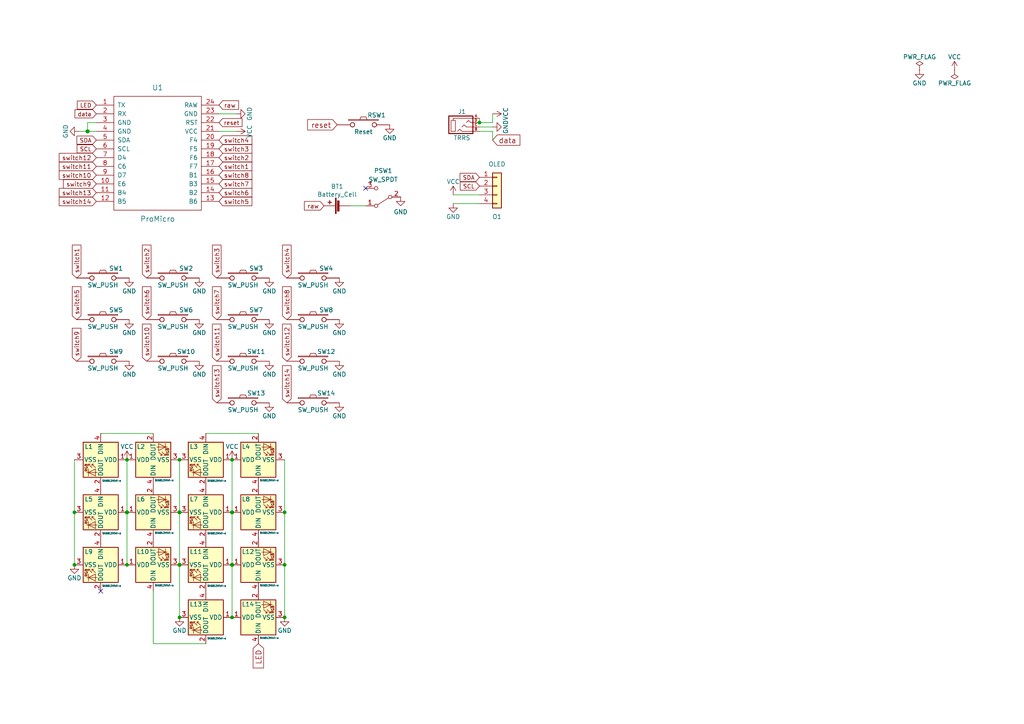
<source format=kicad_sch>
(kicad_sch (version 20211123) (generator eeschema)
  (paper "A4")
  (title_block (title "Chad") (date "2022-01-31") (rev "0.1") (company "jmnw"))
  (lib_symbols
    (symbol "Connector_Generic:Conn_01x04" (pin_names (offset 1.016) hide)
      (property "Reference" "J" (at 0 5.08 0))
      (property "Value" "Conn_01x04" (at 0 -7.62 0))
      (symbol "Conn_01x04_1_1"
        (rectangle (start -1.27 -4.953) (end 0 -5.207) (stroke (width 0.1524)))
        (rectangle (start -1.27 -2.413) (end 0 -2.667) (stroke (width 0.1524)))
        (rectangle (start -1.27 0.127) (end 0 -0.127) (stroke (width 0.1524)))
        (rectangle (start -1.27 2.667) (end 0 2.413) (stroke (width 0.1524)))
        (rectangle (start -1.27 3.81) (end 1.27 -6.35) (stroke (width 0.254)) (fill (type background)))
        (pin passive line (at -5.08 2.54 0) (length 3.81) (name "Pin_1") (number "1"))
        (pin passive line (at -5.08 0 0) (length 3.81) (name "Pin_2") (number "2"))
        (pin passive line (at -5.08 -2.54 0) (length 3.81) (name "Pin_3") (number "3"))
        (pin passive line (at -5.08 -5.08 0) (length 3.81) (name "Pin_4") (number "4"))
      )
    )
    (symbol "Device:Battery_Cell" (pin_numbers hide) (pin_names (offset 0) hide)
      (property "Reference" "BT" (at 2.54 2.54 0))
      (property "Value" "Battery_Cell" (at 2.54 0 0))
      (symbol "Battery_Cell_0_1"
        (rectangle (start -2.286 1.778) (end 2.286 1.524) (fill (type outline)))
        (rectangle (start -1.5748 1.1938) (end 1.4732 0.6858) (fill (type outline)))
        (polyline (pts (xy 0 0.762) (xy 0 0)))
        (polyline (pts (xy 0 1.778) (xy 0 2.54)))
        (polyline (pts (xy 0.508 3.429) (xy 1.524 3.429)) (stroke (width 0.254)))
        (polyline (pts (xy 1.016 3.937) (xy 1.016 2.921)) (stroke (width 0.254)))
      )
      (symbol "Battery_Cell_1_1"
        (pin passive line (at 0 5.08 270) (length 2.54) (name "+") (number "1"))
        (pin passive line (at 0 -2.54 90) (length 2.54) (name "-") (number "2"))
      )
    )
    (symbol "Switch:SW_SPDT" (pin_names (offset 0) hide)
      (property "Reference" "SW" (at 0 4.318 0))
      (property "Value" "SW_SPDT" (at 0 -5.08 0))
      (symbol "SW_SPDT_0_0"
        (circle (center -2.032 0) (radius 0.508))
        (circle (center 2.032 -2.54) (radius 0.508))
      )
      (symbol "SW_SPDT_0_1"
        (polyline (pts (xy -1.524 0.254) (xy 1.651 2.286)))
        (circle (center 2.032 2.54) (radius 0.508))
      )
      (symbol "SW_SPDT_1_1"
        (pin passive line (at 5.08 2.54 180) (length 2.54) (name "A") (number "1"))
        (pin passive line (at -5.08 0 0) (length 2.54) (name "B") (number "2"))
        (pin passive line (at 5.08 -2.54 180) (length 2.54) (name "C") (number "3"))
      )
    )
    (symbol "chocolad:MJ-4PP-9-kbd" (pin_names (offset 1.016))
      (property "Reference" "J" (at 0 3.81 0))
      (property "Value" "MJ-4PP-9-kbd" (at 0 -3.81 0))
      (symbol "MJ-4PP-9-kbd_0_1"
        (rectangle (start -1.905 -1.905) (end -3.175 1.27))
        (polyline (pts (xy -2.54 1.27) (xy -2.54 1.905) (xy 3.175 1.905)))
        (polyline (pts (xy -1.27 -1.905) (xy -0.635 -1.27) (xy 0 -1.905) (xy 3.175 -1.905)))
        (polyline (pts (xy 0 -0.635) (xy 0.635 0) (xy 1.27 -0.635) (xy 3.175 -0.635)))
        (polyline (pts (xy 1.27 0.635) (xy 1.905 1.27) (xy 2.54 0.635) (xy 3.175 0.635)))
        (rectangle (start 3.175 2.54) (end -3.81 -2.54) (stroke (width 0.3048)))
      )
      (symbol "MJ-4PP-9-kbd_1_1"
        (pin input line (at 5.08 1.905 180) (length 2.0066) (name "~") (number "A"))
        (pin input line (at 5.08 -1.905 180) (length 2.0066) (name "~") (number "B"))
        (pin input line (at 5.08 -0.635 180) (length 2.0066) (name "~") (number "C"))
        (pin input line (at 5.08 0.635 180) (length 2.0066) (name "~") (number "D"))
      )
    )
    (symbol "chocolad:ProMicro-kbd" (pin_names (offset 1.016))
      (property "Reference" "U" (at 0 24.13 0))
      (property "Value" "ProMicro-kbd" (at 0 -13.97 0))
      (symbol "ProMicro-kbd_0_1"
        (rectangle (start -12.7 21.59) (end 12.7 -11.43))
      )
      (symbol "ProMicro-kbd_1_1"
        (pin bidirectional line (at -17.78 19.05 0) (length 5.08) (name "TX") (number "1"))
        (pin bidirectional line (at -17.78 -3.81 0) (length 5.08) (name "E6") (number "10"))
        (pin bidirectional line (at -17.78 -6.35 0) (length 5.08) (name "B4") (number "11"))
        (pin bidirectional line (at -17.78 -8.89 0) (length 5.08) (name "B5") (number "12"))
        (pin bidirectional line (at 17.78 -8.89 180) (length 5.08) (name "B6") (number "13"))
        (pin bidirectional line (at 17.78 -6.35 180) (length 5.08) (name "B2") (number "14"))
        (pin bidirectional line (at 17.78 -3.81 180) (length 5.08) (name "B3") (number "15"))
        (pin bidirectional line (at 17.78 -1.27 180) (length 5.08) (name "B1") (number "16"))
        (pin bidirectional line (at 17.78 1.27 180) (length 5.08) (name "F7") (number "17"))
        (pin bidirectional line (at 17.78 3.81 180) (length 5.08) (name "F6") (number "18"))
        (pin bidirectional line (at 17.78 6.35 180) (length 5.08) (name "F5") (number "19"))
        (pin bidirectional line (at -17.78 16.51 0) (length 5.08) (name "RX") (number "2"))
        (pin bidirectional line (at 17.78 8.89 180) (length 5.08) (name "F4") (number "20"))
        (pin power_in line (at 17.78 11.43 180) (length 5.08) (name "VCC") (number "21"))
        (pin input line (at 17.78 13.97 180) (length 5.08) (name "RST") (number "22"))
        (pin power_in line (at 17.78 16.51 180) (length 5.08) (name "GND") (number "23"))
        (pin power_out line (at 17.78 19.05 180) (length 5.08) (name "RAW") (number "24"))
        (pin power_in line (at -17.78 13.97 0) (length 5.08) (name "GND") (number "3"))
        (pin power_in line (at -17.78 11.43 0) (length 5.08) (name "GND") (number "4"))
        (pin bidirectional line (at -17.78 8.89 0) (length 5.08) (name "SDA") (number "5"))
        (pin bidirectional line (at -17.78 6.35 0) (length 5.08) (name "SCL") (number "6"))
        (pin bidirectional line (at -17.78 3.81 0) (length 5.08) (name "D4") (number "7"))
        (pin bidirectional line (at -17.78 1.27 0) (length 5.08) (name "C6") (number "8"))
        (pin bidirectional line (at -17.78 -1.27 0) (length 5.08) (name "D7") (number "9"))
      )
    )
    (symbol "chocolad:SK6812MINI-E" (pin_names (offset 0.254))
      (property "Reference" "L18" (at -4.826 3.81 90))
      (property "Value" "SK6812MINI-E" (at 3.175 -5.969 90))
      (symbol "SK6812MINI-E_0_0"
        (text "RGB" (at 2.286 -4.191 0) (effects (font (size 0.762 0.762))))
      )
      (symbol "SK6812MINI-E_0_1"
        (polyline (pts (xy 1.27 -3.556) (xy 1.778 -3.556)))
        (polyline (pts (xy 1.27 -2.54) (xy 1.778 -2.54)))
        (polyline (pts (xy 4.699 -3.556) (xy 2.667 -3.556)))
        (polyline (pts (xy 2.286 -2.54) (xy 1.27 -3.556) (xy 1.27 -3.048)))
        (polyline (pts (xy 2.286 -1.524) (xy 1.27 -2.54) (xy 1.27 -2.032)))
        (polyline (pts (xy 3.683 -1.016) (xy 3.683 -3.556) (xy 3.683 -4.064)))
        (polyline (pts (xy 4.699 -1.524) (xy 2.667 -1.524) (xy 3.683 -3.556) (xy 4.699 -1.524)))
        (rectangle (start 5.08 5.08) (end -5.08 -5.08) (stroke (width 0.254)) (fill (type background)))
      )
      (symbol "SK6812MINI-E_1_1"
        (pin power_in line (at 0 7.62 270) (length 2.54) (name "VDD") (number "1"))
        (pin output line (at 7.62 0 180) (length 2.54) (name "DOUT") (number "2"))
        (pin power_in line (at 0 -7.62 90) (length 2.54) (name "VSS") (number "3"))
        (pin input line (at -7.62 0 0) (length 2.54) (name "DIN") (number "4"))
      )
    )
    (symbol "chocolad:SW_PUSH-kbd" (pin_numbers hide) (pin_names (offset 1.016) hide)
      (property "Reference" "SW" (at 3.81 2.794 0))
      (property "Value" "SW_PUSH-kbd" (at 0 -2.032 0))
      (symbol "SW_PUSH-kbd_0_1"
        (rectangle (start -4.318 1.27) (end 4.318 1.524))
        (polyline (pts (xy -1.016 1.524) (xy -0.762 2.286) (xy 0.762 2.286) (xy 1.016 1.524)))
        (pin passive inverted (at -7.62 0 0) (length 5.08) (name "1") (number "1"))
        (pin passive inverted (at 7.62 0 180) (length 5.08) (name "2") (number "2"))
      )
    )
    (symbol "power:GND" (power) (pin_names (offset 0))
      (property "Value" "GND" (at 0 -3.81 0))
      (symbol "GND_0_1"
        (polyline (pts (xy 0 0) (xy 0 -1.27) (xy 1.27 -1.27) (xy 0 -2.54) (xy -1.27 -1.27) (xy 0 -1.27)))
      )
      (symbol "GND_1_1"
        (pin power_in line (at 0 0 270) (length 0) hide (name "GND") (number "1"))
      )
    )
    (symbol "power:PWR_FLAG" (power) (pin_numbers hide) (pin_names (offset 0) hide)
      (property "Value" "PWR_FLAG" (at 0 3.81 0))
      (symbol "PWR_FLAG_0_0"
        (pin power_out line (at 0 0 90) (length 0) (name "pwr") (number "1"))
      )
      (symbol "PWR_FLAG_0_1"
        (polyline (pts (xy 0 0) (xy 0 1.27) (xy -1.016 1.905) (xy 0 2.54) (xy 1.016 1.905) (xy 0 1.27)))
      )
    )
    (symbol "power:VCC" (power) (pin_names (offset 0))
      (property "Value" "VCC" (at 0 3.81 0))
      (symbol "VCC_0_1"
        (polyline (pts (xy -0.762 1.27) (xy 0 2.54)))
        (polyline (pts (xy 0 0) (xy 0 2.54)))
        (polyline (pts (xy 0 2.54) (xy 0.762 1.27)))
      )
      (symbol "VCC_1_1"
        (pin power_in line (at 0 0 90) (length 0) hide (name "VCC") (number "1"))
      )
    )
  )
  (junction (at 36.83 148.59) (diameter 1.016))
  (junction (at 67.31 148.59) (diameter 1.016))
  (junction (at 139.065 35.56))
  (junction (at 52.07 148.59) (diameter 1.016))
  (junction (at 52.07 179.07))
  (junction (at 21.59 148.59))
  (junction (at 67.31 163.83) (diameter 1.016))
  (junction (at 36.83 163.83))
  (junction (at 82.55 148.59))
  (junction (at 67.31 179.07))
  (junction (at 82.55 179.07))
  (junction (at 25.4 38.1) (diameter 1.016))
  (junction (at 21.59 163.83))
  (junction (at 67.31 133.35))
  (junction (at 82.55 163.83))
  (junction (at 52.07 133.35))
  (junction (at 36.83 133.35))
  (junction (at 52.07 163.83) (diameter 1.016))
  (no_connect (at 106.045 54.61))
  (no_connect (at 29.21 171.45))
  (wire (pts (xy 142.875 35.56) (xy 142.875 33.02)))
  (wire (pts (xy 139.065 35.56) (xy 142.875 35.56)))
  (wire (pts (xy 44.45 186.69) (xy 59.69 186.69)))
  (wire (pts (xy 139.065 34.29) (xy 139.065 35.56)))
  (wire (pts (xy 131.445 56.515) (xy 139.065 56.515)))
  (wire (pts (xy 52.07 163.83) (xy 52.07 179.07)))
  (wire (pts (xy 131.445 59.055) (xy 139.065 59.055)))
  (wire (pts (xy 63.5 38.1) (xy 68.58 38.1)))
  (wire (pts (xy 67.31 163.83) (xy 67.31 179.07)))
  (wire (pts (xy 67.31 133.35) (xy 67.31 148.59)))
  (wire (pts (xy 67.31 148.59) (xy 67.31 163.83)))
  (wire (pts (xy 25.4 38.1) (xy 27.94 38.1)))
  (wire (pts (xy 82.55 148.59) (xy 82.55 163.83)))
  (wire (pts (xy 22.86 38.1) (xy 25.4 38.1)))
  (wire (pts (xy 25.4 35.56) (xy 25.4 38.1)))
  (wire (pts (xy 44.45 171.45) (xy 44.45 186.69)))
  (wire (pts (xy 82.55 133.35) (xy 82.55 148.59)))
  (wire (pts (xy 21.59 133.35) (xy 21.59 148.59)))
  (wire (pts (xy 27.94 35.56) (xy 25.4 35.56)))
  (wire (pts (xy 101.6 59.69) (xy 106.045 59.69)))
  (wire (pts (xy 59.69 125.73) (xy 74.93 125.73)))
  (wire (pts (xy 29.21 125.73) (xy 44.45 125.73)))
  (wire (pts (xy 21.59 148.59) (xy 21.59 163.83)))
  (wire (pts (xy 139.065 36.83) (xy 142.875 36.83)))
  (wire (pts (xy 63.5 33.02) (xy 68.58 33.02)))
  (wire (pts (xy 82.55 163.83) (xy 82.55 179.07)))
  (wire (pts (xy 36.83 133.35) (xy 36.83 148.59)))
  (wire (pts (xy 36.83 148.59) (xy 36.83 163.83)))
  (wire (pts (xy 52.07 133.35) (xy 52.07 148.59)))
  (wire (pts (xy 52.07 148.59) (xy 52.07 163.83)))
  (wire (pts (xy 139.065 38.1) (xy 142.875 38.1)))
  (wire (pts (xy 142.875 38.1) (xy 142.875 40.64)))
  (global_label "raw" (shape input) (at 63.5 30.48 0) (property "Intersheet References" "${INTERSHEET_REFS}" (effects hide)))
  (global_label "switch10" (shape input) (at 27.94 50.8 180) (property "Intersheet References" "${INTERSHEET_REFS}" (effects hide)))
  (global_label "switch11" (shape input) (at 62.865 104.775 90) (property "Intersheet References" "${INTERSHEET_REFS}" (effects hide)))
  (global_label "SCL" (shape input) (at 139.065 53.975 180) (effects (font (size 1.1938 1.1938))) (property "Intersheet References" "${INTERSHEET_REFS}" (effects hide)))
  (global_label "switch13" (shape input) (at 62.865 116.84 90) (property "Intersheet References" "${INTERSHEET_REFS}" (effects hide)))
  (global_label "switch7" (shape input) (at 63.5 53.34 0) (property "Intersheet References" "${INTERSHEET_REFS}" (effects hide)))
  (global_label "reset" (shape input) (at 63.5 35.56 0) (effects (font (size 1.1938 1.1938))) (property "Intersheet References" "${INTERSHEET_REFS}" (effects hide)))
  (global_label "switch2" (shape input) (at 63.5 45.72 0) (property "Intersheet References" "${INTERSHEET_REFS}" (effects hide)))
  (global_label "switch7" (shape input) (at 62.865 92.71 90) (property "Intersheet References" "${INTERSHEET_REFS}" (effects hide)))
  (global_label "switch12" (shape input) (at 83.185 104.775 90) (property "Intersheet References" "${INTERSHEET_REFS}" (effects hide)))
  (global_label "switch4" (shape input) (at 63.5 40.64 0) (property "Intersheet References" "${INTERSHEET_REFS}" (effects hide)))
  (global_label "switch3" (shape input) (at 62.865 80.645 90) (property "Intersheet References" "${INTERSHEET_REFS}" (effects hide)))
  (global_label "switch8" (shape input) (at 83.185 92.71 90) (property "Intersheet References" "${INTERSHEET_REFS}" (effects hide)))
  (global_label "LED" (shape input) (at 74.93 186.69 270) (effects (font (size 1.524 1.524))) (property "Intersheet References" "${INTERSHEET_REFS}" (effects hide)))
  (global_label "switch2" (shape input) (at 42.545 80.645 90) (property "Intersheet References" "${INTERSHEET_REFS}" (effects hide)))
  (global_label "switch13" (shape input) (at 27.94 55.88 180) (property "Intersheet References" "${INTERSHEET_REFS}" (effects hide)))
  (global_label "switch3" (shape input) (at 63.5 43.18 0) (property "Intersheet References" "${INTERSHEET_REFS}" (effects hide)))
  (global_label "switch1" (shape input) (at 22.225 80.645 90) (property "Intersheet References" "${INTERSHEET_REFS}" (effects hide)))
  (global_label "switch14" (shape input) (at 27.94 58.42 180) (property "Intersheet References" "${INTERSHEET_REFS}" (effects hide)))
  (global_label "switch1" (shape input) (at 63.5 48.26 0) (property "Intersheet References" "${INTERSHEET_REFS}" (effects hide)))
  (global_label "switch9" (shape input) (at 27.94 53.34 180) (property "Intersheet References" "${INTERSHEET_REFS}" (effects hide)))
  (global_label "switch6" (shape input) (at 63.5 55.88 0) (property "Intersheet References" "${INTERSHEET_REFS}" (effects hide)))
  (global_label "LED" (shape input) (at 27.94 30.48 180) (effects (font (size 1.1938 1.1938))) (property "Intersheet References" "${INTERSHEET_REFS}" (effects hide)))
  (global_label "switch5" (shape input) (at 63.5 58.42 0) (property "Intersheet References" "${INTERSHEET_REFS}" (effects hide)))
  (global_label "SDA" (shape input) (at 139.065 51.435 180) (effects (font (size 1.1938 1.1938))) (property "Intersheet References" "${INTERSHEET_REFS}" (effects hide)))
  (global_label "raw" (shape input) (at 93.98 59.69 180) (property "Intersheet References" "${INTERSHEET_REFS}" (effects hide)))
  (global_label "SCL" (shape input) (at 27.94 43.18 180) (effects (font (size 1.1938 1.1938))) (property "Intersheet References" "${INTERSHEET_REFS}" (effects hide)))
  (global_label "switch11" (shape input) (at 27.94 48.26 180) (property "Intersheet References" "${INTERSHEET_REFS}" (effects hide)))
  (global_label "data" (shape input) (at 27.94 33.02 180) (effects (font (size 1.1938 1.1938))) (property "Intersheet References" "${INTERSHEET_REFS}" (effects hide)))
  (global_label "switch10" (shape input) (at 42.545 104.775 90) (property "Intersheet References" "${INTERSHEET_REFS}" (effects hide)))
  (global_label "data" (shape input) (at 142.875 40.64 0) (effects (font (size 1.524 1.524))) (property "Intersheet References" "${INTERSHEET_REFS}" (effects hide)))
  (global_label "switch14" (shape input) (at 83.185 116.84 90) (property "Intersheet References" "${INTERSHEET_REFS}" (effects hide)))
  (global_label "switch12" (shape input) (at 27.94 45.72 180) (property "Intersheet References" "${INTERSHEET_REFS}" (effects hide)))
  (global_label "switch6" (shape input) (at 42.545 92.71 90) (property "Intersheet References" "${INTERSHEET_REFS}" (effects hide)))
  (global_label "reset" (shape input) (at 97.79 36.195 180) (effects (font (size 1.524 1.524))) (property "Intersheet References" "${INTERSHEET_REFS}" (effects hide)))
  (global_label "switch4" (shape input) (at 83.185 80.645 90) (property "Intersheet References" "${INTERSHEET_REFS}" (effects hide)))
  (global_label "switch5" (shape input) (at 22.225 92.71 90) (property "Intersheet References" "${INTERSHEET_REFS}" (effects hide)))
  (global_label "SDA" (shape input) (at 27.94 40.64 180) (effects (font (size 1.1938 1.1938))) (property "Intersheet References" "${INTERSHEET_REFS}" (effects hide)))
  (global_label "switch9" (shape input) (at 22.225 104.775 90) (property "Intersheet References" "${INTERSHEET_REFS}" (effects hide)))
  (global_label "switch8" (shape input) (at 63.5 50.8 0) (property "Intersheet References" "${INTERSHEET_REFS}" (effects hide)))
  (symbol (lib_id "chocolad:ProMicro-kbd") (at 45.72 49.53 0) (unit 1)
    (property "Reference" "U1" (at 45.72 25.4 0) (effects (font (size 1.524 1.524))))
    (property "Value" "ProMicro" (at 45.72 63.5 0) (effects (font (size 1.524 1.524))))
    (property "Footprint" "chocolad:ProMicro" (effects hide))
  )
  (symbol (lib_id "chocolad:SW_PUSH-kbd") (at 29.845 80.645 0) (unit 1)
    (property "Reference" "SW1" (at 33.655 77.851 0))
    (property "Value" "SW_PUSH" (at 29.845 82.677 0))
    (property "Footprint" "chocolad:Choc" (effects hide))
  )
  (symbol (lib_id "chocolad:SW_PUSH-kbd") (at 50.165 80.645 0) (unit 1)
    (property "Reference" "SW2" (at 53.975 77.851 0))
    (property "Value" "SW_PUSH" (at 50.165 82.677 0))
    (property "Footprint" "chocolad:Choc" (effects hide))
  )
  (symbol (lib_id "chocolad:SW_PUSH-kbd") (at 70.485 80.645 0) (unit 1)
    (property "Reference" "SW3" (at 74.295 77.851 0))
    (property "Value" "SW_PUSH" (at 70.485 82.677 0))
    (property "Footprint" "chocolad:Choc" (effects hide))
  )
  (symbol (lib_id "chocolad:SW_PUSH-kbd") (at 90.805 80.645 0) (unit 1)
    (property "Reference" "SW4" (at 94.615 77.851 0))
    (property "Value" "SW_PUSH" (at 90.805 82.677 0))
    (property "Footprint" "chocolad:Choc" (effects hide))
  )
  (symbol (lib_id "chocolad:SW_PUSH-kbd") (at 29.845 92.71 0) (unit 1)
    (property "Reference" "SW5" (at 33.655 89.916 0))
    (property "Value" "SW_PUSH" (at 29.845 94.742 0))
    (property "Footprint" "chocolad:Choc" (effects hide))
  )
  (symbol (lib_id "chocolad:SW_PUSH-kbd") (at 50.165 92.71 0) (unit 1)
    (property "Reference" "SW6" (at 53.975 89.916 0))
    (property "Value" "SW_PUSH" (at 50.165 94.742 0))
    (property "Footprint" "chocolad:Choc" (effects hide))
  )
  (symbol (lib_id "chocolad:SW_PUSH-kbd") (at 70.485 92.71 0) (unit 1)
    (property "Reference" "SW7" (at 74.295 89.916 0))
    (property "Value" "SW_PUSH" (at 70.485 94.742 0))
    (property "Footprint" "chocolad:Choc" (effects hide))
  )
  (symbol (lib_id "chocolad:SW_PUSH-kbd") (at 90.805 92.71 0) (unit 1)
    (property "Reference" "SW8" (at 94.615 89.916 0))
    (property "Value" "SW_PUSH" (at 90.805 94.742 0))
    (property "Footprint" "chocolad:Choc" (effects hide))
  )
  (symbol (lib_id "chocolad:SW_PUSH-kbd") (at 29.845 104.775 0) (unit 1)
    (property "Reference" "SW9" (at 33.655 101.981 0))
    (property "Value" "SW_PUSH" (at 29.845 106.807 0))
    (property "Footprint" "chocolad:Choc" (effects hide))
  )
  (symbol (lib_id "chocolad:SW_PUSH-kbd") (at 50.165 104.775 0) (unit 1)
    (property "Reference" "SW10" (at 53.975 101.981 0))
    (property "Value" "SW_PUSH" (at 50.165 106.807 0))
    (property "Footprint" "chocolad:Choc" (effects hide))
  )
  (symbol (lib_id "chocolad:SW_PUSH-kbd") (at 70.485 104.775 0) (unit 1)
    (property "Reference" "SW11" (at 74.295 101.981 0))
    (property "Value" "SW_PUSH" (at 70.485 106.807 0))
    (property "Footprint" "chocolad:Choc" (effects hide))
  )
  (symbol (lib_id "chocolad:SW_PUSH-kbd") (at 90.805 104.775 0) (unit 1)
    (property "Reference" "SW12" (at 94.615 101.981 0))
    (property "Value" "SW_PUSH" (at 90.805 106.807 0))
    (property "Footprint" "chocolad:Choc" (effects hide))
  )
  (symbol (lib_id "chocolad:SW_PUSH-kbd") (at 90.805 116.84 0) (unit 1)
    (property "Reference" "SW14" (at 94.615 114.046 0))
    (property "Value" "SW_PUSH" (at 90.805 118.872 0))
    (property "Footprint" "chocolad:Choc" (effects hide))
  )
  (symbol (lib_id "chocolad:SW_PUSH-kbd") (at 70.485 116.84 0) (unit 1)
    (property "Reference" "SW13" (at 74.295 114.046 0))
    (property "Value" "SW_PUSH" (at 70.485 118.872 0))
    (property "Footprint" "chocolad:Choc" (effects hide))
  )
  (symbol (lib_id "power:GND") (at 68.58 33.02 90) (unit 1)
    (property "Reference" "#PWR03" (effects hide))
    (property "Value" "GND" (at 72.39 33.02 0))
  )
  (symbol (lib_id "power:VCC") (at 68.58 38.1 270) (unit 1)
    (property "Reference" "#PWR06" (effects hide))
    (property "Value" "VCC" (at 72.39 38.1 0))
  )
  (symbol (lib_id "power:GND") (at 22.86 38.1 270) (unit 1)
    (property "Reference" "#PWR05" (effects hide))
    (property "Value" "GND" (at 19.05 38.1 0))
  )
  (symbol (lib_id "power:GND") (at 266.7 20.32 0) (unit 1)
    (property "Reference" "#PWR01" (effects hide))
    (property "Value" "GND" (at 266.7 24.13 0))
  )
  (symbol (lib_id "power:VCC") (at 276.86 20.32 0) (unit 1)
    (property "Reference" "#PWR02" (effects hide))
    (property "Value" "VCC" (at 276.86 16.51 0))
  )
  (symbol (lib_id "power:PWR_FLAG") (at 276.86 20.32 180) (unit 1)
    (property "Reference" "#FLG02" (effects hide))
    (property "Value" "PWR_FLAG" (at 276.86 24.13 0))
  )
  (symbol (lib_id "power:PWR_FLAG") (at 266.7 20.32 0) (unit 1)
    (property "Reference" "#FLG01" (effects hide))
    (property "Value" "PWR_FLAG" (at 266.7 16.51 0))
  )
  (symbol (lib_id "chocolad:SW_PUSH-kbd") (at 105.41 36.195 0) (unit 1)
    (property "Reference" "RSW1" (at 109.22 33.401 0))
    (property "Value" "Reset" (at 105.41 38.227 0))
    (property "Footprint" "chocolad:Reset" (effects hide))
  )
  (symbol (lib_id "power:GND") (at 113.03 36.195 0) (unit 1)
    (property "Reference" "#PWR04" (effects hide))
    (property "Value" "GND" (at 113.03 40.005 0))
  )
  (symbol (lib_id "power:VCC") (at 142.875 33.02 270) (unit 1)
    (property "Reference" "#PWR09" (effects hide))
    (property "Value" "VCC" (at 146.685 33.02 0))
  )
  (symbol (lib_id "power:GND") (at 142.875 36.83 90) (unit 1)
    (property "Reference" "#PWR011" (effects hide))
    (property "Value" "GND" (at 146.685 36.83 0))
  )
  (symbol (lib_id "chocolad:MJ-4PP-9-kbd") (at 133.985 36.195 0) (unit 1)
    (property "Reference" "J1" (at 133.985 32.385 0))
    (property "Value" "TRRS" (at 133.985 40.005 0))
    (property "Footprint" "chocolad:TRRS" (effects hide))
  )
  (symbol (lib_id "chocolad:SK6812MINI-E") (at 29.21 163.83 270) (unit 1)
    (property "Reference" "L9" (at 24.511 160.02 90) (effects (justify left)))
    (property "Value" "SK6812Mini-e" (at 32.385 169.926 90) (effects (font (size 0.5 0.5))))
    (property "Footprint" "chocolad:SK6812_Mini_E" (effects hide))
    (property "JLCPCB BOM" "0" (effects hide))
  )
  (symbol (lib_id "power:GND") (at 57.785 80.645 0) (unit 1)
    (property "Reference" "#PWR?" (effects hide))
    (property "Value" "GND" (at 57.785 84.455 0))
  )
  (symbol (lib_id "chocolad:SK6812MINI-E") (at 44.45 133.35 90) (unit 1)
    (property "Reference" "L2" (at 39.624 129.54 90) (effects (justify right)))
    (property "Value" "SK6812Mini-e" (at 47.625 139.319 90) (effects (font (size 0.5 0.5))))
    (property "Footprint" "chocolad:SK6812_Mini_E" (effects hide))
    (property "JLCPCB BOM" "0" (effects hide))
  )
  (symbol (lib_id "chocolad:SK6812MINI-E") (at 29.21 133.35 270) (unit 1)
    (property "Reference" "L1" (at 24.511 129.54 90) (effects (justify left)))
    (property "Value" "SK6812Mini-e" (at 32.385 139.446 90) (effects (font (size 0.5 0.5))))
    (property "Footprint" "chocolad:SK6812_Mini_E" (effects hide))
    (property "JLCPCB BOM" "0" (effects hide))
  )
  (symbol (lib_id "power:GND") (at 78.105 116.84 0) (unit 1)
    (property "Reference" "#PWR?" (effects hide))
    (property "Value" "GND" (at 78.105 120.65 0))
  )
  (symbol (lib_id "chocolad:SK6812MINI-E") (at 59.69 179.07 270) (unit 1)
    (property "Reference" "L13" (at 54.991 175.26 90) (effects (justify left)))
    (property "Value" "SK6812Mini-e" (at 62.865 185.166 90) (effects (font (size 0.5 0.5))))
    (property "Footprint" "chocolad:SK6812_Mini_E" (effects hide))
    (property "JLCPCB BOM" "0" (effects hide))
  )
  (symbol (lib_id "chocolad:SK6812MINI-E") (at 59.69 133.35 270) (unit 1)
    (property "Reference" "L3" (at 54.991 129.54 90) (effects (justify left)))
    (property "Value" "SK6812Mini-e" (at 62.865 139.446 90) (effects (font (size 0.5 0.5))))
    (property "Footprint" "chocolad:SK6812_Mini_E" (effects hide))
    (property "JLCPCB BOM" "0" (effects hide))
  )
  (symbol (lib_id "power:VCC") (at 36.83 133.35 0) (unit 1)
    (property "Reference" "#PWR014" (effects hide))
    (property "Value" "VCC" (at 36.83 129.54 0))
  )
  (symbol (lib_id "power:GND") (at 131.445 59.055 0) (unit 1)
    (property "Reference" "#PWR010" (effects hide))
    (property "Value" "GND" (at 131.445 62.865 0))
  )
  (symbol (lib_id "power:GND") (at 37.465 104.775 0) (unit 1)
    (property "Reference" "#PWR?" (effects hide))
    (property "Value" "GND" (at 37.465 108.585 0))
  )
  (symbol (lib_id "Device:Battery_Cell") (at 99.06 59.69 90) (unit 1)
    (property "Reference" "BT1" (at 97.79 54.0978 90))
    (property "Value" "Battery_Cell" (at 97.79 56.3965 90))
    (property "Footprint" "chocolad:Battery_pads" (effects hide))
  )
  (symbol (lib_id "Switch:SW_SPDT") (at 111.125 57.15 180) (unit 1)
    (property "Reference" "PSW1" (at 111.125 49.53 0))
    (property "Value" "SW_SPDT" (at 111.125 52.07 0))
    (property "Footprint" "chocolad:Power" (effects hide))
  )
  (symbol (lib_id "power:GND") (at 78.105 92.71 0) (unit 1)
    (property "Reference" "#PWR?" (effects hide))
    (property "Value" "GND" (at 78.105 96.52 0))
  )
  (symbol (lib_id "power:GND") (at 78.105 80.645 0) (unit 1)
    (property "Reference" "#PWR?" (effects hide))
    (property "Value" "GND" (at 78.105 84.455 0))
  )
  (symbol (lib_id "power:GND") (at 98.425 92.71 0) (unit 1)
    (property "Reference" "#PWR?" (effects hide))
    (property "Value" "GND" (at 98.425 96.52 0))
  )
  (symbol (lib_id "power:GND") (at 98.425 104.775 0) (unit 1)
    (property "Reference" "#PWR?" (effects hide))
    (property "Value" "GND" (at 98.425 108.585 0))
  )
  (symbol (lib_id "power:GND") (at 21.59 163.83 0) (unit 1)
    (property "Reference" "#PWR?" (effects hide))
    (property "Value" "GND" (at 21.59 167.64 0))
  )
  (symbol (lib_id "chocolad:SK6812MINI-E") (at 74.93 133.35 90) (unit 1)
    (property "Reference" "L4" (at 70.104 129.54 90) (effects (justify right)))
    (property "Value" "SK6812Mini-e" (at 78.105 139.319 90) (effects (font (size 0.5 0.5))))
    (property "Footprint" "chocolad:SK6812_Mini_E" (effects hide))
    (property "JLCPCB BOM" "0" (effects hide))
  )
  (symbol (lib_id "power:GND") (at 116.205 57.15 0) (unit 1)
    (property "Reference" "#PWR07" (effects hide))
    (property "Value" "GND" (at 116.205 61.4744 0))
  )
  (symbol (lib_id "chocolad:SK6812MINI-E") (at 74.93 163.83 90) (unit 1)
    (property "Reference" "L12" (at 70.104 160.02 90) (effects (justify right)))
    (property "Value" "SK6812Mini-e" (at 78.105 169.799 90) (effects (font (size 0.5 0.5))))
    (property "Footprint" "chocolad:SK6812_Mini_E" (effects hide))
    (property "JLCPCB BOM" "0" (effects hide))
  )
  (symbol (lib_id "power:GND") (at 52.07 179.07 0) (unit 1)
    (property "Reference" "#PWR?" (effects hide))
    (property "Value" "GND" (at 52.07 182.88 0))
  )
  (symbol (lib_id "chocolad:SK6812MINI-E") (at 59.69 148.59 270) (unit 1)
    (property "Reference" "L7" (at 54.991 144.78 90) (effects (justify left)))
    (property "Value" "SK6812Mini-e" (at 62.865 154.686 90) (effects (font (size 0.5 0.5))))
    (property "Footprint" "chocolad:SK6812_Mini_E" (effects hide))
    (property "JLCPCB BOM" "0" (effects hide))
  )
  (symbol (lib_id "power:GND") (at 78.105 104.775 0) (unit 1)
    (property "Reference" "#PWR?" (effects hide))
    (property "Value" "GND" (at 78.105 108.585 0))
  )
  (symbol (lib_id "power:GND") (at 37.465 80.645 0) (unit 1)
    (property "Reference" "#PWR?" (effects hide))
    (property "Value" "GND" (at 37.465 84.455 0))
  )
  (symbol (lib_id "power:GND") (at 57.785 104.775 0) (unit 1)
    (property "Reference" "#PWR?" (effects hide))
    (property "Value" "GND" (at 57.785 108.585 0))
  )
  (symbol (lib_id "chocolad:SK6812MINI-E") (at 74.93 179.07 90) (unit 1)
    (property "Reference" "L14" (at 70.104 175.26 90) (effects (justify right)))
    (property "Value" "SK6812Mini-e" (at 78.105 185.039 90) (effects (font (size 0.5 0.5))))
    (property "Footprint" "chocolad:SK6812_Mini_E" (effects hide))
    (property "JLCPCB BOM" "0" (effects hide))
  )
  (symbol (lib_id "chocolad:SK6812MINI-E") (at 59.69 163.83 270) (unit 1)
    (property "Reference" "L11" (at 54.991 160.02 90) (effects (justify left)))
    (property "Value" "SK6812Mini-e" (at 62.865 169.926 90) (effects (font (size 0.5 0.5))))
    (property "Footprint" "chocolad:SK6812_Mini_E" (effects hide))
    (property "JLCPCB BOM" "0" (effects hide))
  )
  (symbol (lib_id "Connector_Generic:Conn_01x04") (at 144.145 53.975 0) (unit 1)
    (property "Reference" "O1" (at 144.145 62.865 0))
    (property "Value" "OLED" (at 144.145 47.625 0))
    (property "Footprint" "chocolad:OLED" (effects hide))
  )
  (symbol (lib_id "chocolad:SK6812MINI-E") (at 44.45 148.59 90) (unit 1)
    (property "Reference" "L6" (at 39.624 144.78 90) (effects (justify right)))
    (property "Value" "SK6812Mini-e" (at 47.625 154.559 90) (effects (font (size 0.5 0.5))))
    (property "Footprint" "chocolad:SK6812_Mini_E" (effects hide))
    (property "JLCPCB BOM" "0" (effects hide))
  )
  (symbol (lib_id "power:GND") (at 98.425 116.84 0) (unit 1)
    (property "Reference" "#PWR?" (effects hide))
    (property "Value" "GND" (at 98.425 120.65 0))
  )
  (symbol (lib_id "chocolad:SK6812MINI-E") (at 74.93 148.59 90) (unit 1)
    (property "Reference" "L8" (at 70.104 144.78 90) (effects (justify right)))
    (property "Value" "SK6812Mini-e" (at 78.105 154.559 90) (effects (font (size 0.5 0.5))))
    (property "Footprint" "chocolad:SK6812_Mini_E" (effects hide))
    (property "JLCPCB BOM" "0" (effects hide))
  )
  (symbol (lib_id "power:VCC") (at 67.31 133.35 0) (unit 1)
    (property "Reference" "#PWR013" (effects hide))
    (property "Value" "VCC" (at 67.31 129.54 0))
  )
  (symbol (lib_id "chocolad:SK6812MINI-E") (at 44.45 163.83 90) (unit 1)
    (property "Reference" "L10" (at 39.624 160.02 90) (effects (justify right)))
    (property "Value" "SK6812Mini-e" (at 47.625 169.799 90) (effects (font (size 0.5 0.5))))
    (property "Footprint" "chocolad:SK6812_Mini_E" (effects hide))
    (property "JLCPCB BOM" "0" (effects hide))
  )
  (symbol (lib_id "power:VCC") (at 131.445 56.515 0) (unit 1)
    (property "Reference" "#PWR08" (effects hide))
    (property "Value" "VCC" (at 131.445 52.705 0))
  )
  (symbol (lib_id "power:GND") (at 98.425 80.645 0) (unit 1)
    (property "Reference" "#PWR?" (effects hide))
    (property "Value" "GND" (at 98.425 84.455 0))
  )
  (symbol (lib_id "power:GND") (at 37.465 92.71 0) (unit 1)
    (property "Reference" "#PWR?" (effects hide))
    (property "Value" "GND" (at 37.465 96.52 0))
  )
  (symbol (lib_id "power:GND") (at 82.55 179.07 0) (unit 1)
    (property "Reference" "#PWR016" (effects hide))
    (property "Value" "GND" (at 82.55 182.88 0))
  )
  (symbol (lib_id "chocolad:SK6812MINI-E") (at 29.21 148.59 270) (unit 1)
    (property "Reference" "L5" (at 24.511 144.78 90) (effects (justify left)))
    (property "Value" "SK6812Mini-e" (at 32.385 154.686 90) (effects (font (size 0.5 0.5))))
    (property "Footprint" "chocolad:SK6812_Mini_E" (effects hide))
    (property "JLCPCB BOM" "0" (effects hide))
  )
  (symbol (lib_id "power:GND") (at 57.785 92.71 0) (unit 1)
    (property "Reference" "#PWR?" (effects hide))
    (property "Value" "GND" (at 57.785 96.52 0))
  )
)
</source>
